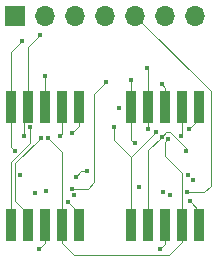
<source format=gbr>
%TF.GenerationSoftware,KiCad,Pcbnew,(6.0.0)*%
%TF.CreationDate,2022-04-20T12:25:39-04:00*%
%TF.ProjectId,7_seg,375f7365-672e-46b6-9963-61645f706362,rev?*%
%TF.SameCoordinates,Original*%
%TF.FileFunction,Copper,L1,Top*%
%TF.FilePolarity,Positive*%
%FSLAX46Y46*%
G04 Gerber Fmt 4.6, Leading zero omitted, Abs format (unit mm)*
G04 Created by KiCad (PCBNEW (6.0.0)) date 2022-04-20 12:25:39*
%MOMM*%
%LPD*%
G01*
G04 APERTURE LIST*
%TA.AperFunction,ComponentPad*%
%ADD10O,1.700000X1.700000*%
%TD*%
%TA.AperFunction,ComponentPad*%
%ADD11R,1.700000X1.700000*%
%TD*%
%TA.AperFunction,SMDPad,CuDef*%
%ADD12R,0.900000X2.800000*%
%TD*%
%TA.AperFunction,ViaPad*%
%ADD13C,0.400000*%
%TD*%
%TA.AperFunction,Conductor*%
%ADD14C,0.100000*%
%TD*%
G04 APERTURE END LIST*
D10*
%TO.P,J1,7,Pin_7*%
%TO.N,GND*%
X130810000Y-74930000D03*
%TO.P,J1,6,Pin_6*%
%TO.N,VCC*%
X128270000Y-74930000D03*
%TO.P,J1,5,Pin_5*%
%TO.N,SEG_IN2*%
X125730000Y-74930000D03*
%TO.P,J1,4,Pin_4*%
%TO.N,SEG_IN1*%
X123190000Y-74930000D03*
%TO.P,J1,3,Pin_3*%
%TO.N,SEG_IN0*%
X120650000Y-74930000D03*
%TO.P,J1,2,Pin_2*%
%TO.N,SEG_IN1_ENABLE*%
X118110000Y-74930000D03*
D11*
%TO.P,J1,1,Pin_1*%
%TO.N,SEG_IN2_ENABLE*%
X115570000Y-74930000D03*
%TD*%
D12*
%TO.P,DS2,1,CATHODE_E*%
%TO.N,SEG_E*%
X125390000Y-92630000D03*
%TO.P,DS2,2,CATHODE_D*%
%TO.N,SEG_D*%
X126830000Y-92630000D03*
%TO.P,DS2,3,COMMON_ANODE_1*%
%TO.N,Net-(DS2-Pad3)*%
X128270000Y-92630000D03*
%TO.P,DS2,4,CATHODE_C*%
%TO.N,SEG_C*%
X129710000Y-92630000D03*
%TO.P,DS2,5,CATHODE_DP*%
%TO.N,SEG_DP*%
X131150000Y-92630000D03*
%TO.P,DS2,6,CATHODE_B*%
%TO.N,SEG_B*%
X131150000Y-82630000D03*
%TO.P,DS2,7,CATHODE_A*%
%TO.N,SEG_A*%
X129710000Y-82630000D03*
%TO.P,DS2,8,COMMON_ANODE_2*%
%TO.N,Net-(DS2-Pad8)*%
X128270000Y-82630000D03*
%TO.P,DS2,9,CATHODE_F*%
%TO.N,SEG_F*%
X126830000Y-82630000D03*
%TO.P,DS2,10,CATHODE_G*%
%TO.N,SEG_G*%
X125390000Y-82630000D03*
%TD*%
%TO.P,DS1,10,CATHODE_G*%
%TO.N,SEG_G*%
X115230000Y-82630000D03*
%TO.P,DS1,9,CATHODE_F*%
%TO.N,SEG_F*%
X116670000Y-82630000D03*
%TO.P,DS1,8,COMMON_ANODE_2*%
%TO.N,Net-(DS1-Pad8)*%
X118110000Y-82630000D03*
%TO.P,DS1,7,CATHODE_A*%
%TO.N,SEG_A*%
X119550000Y-82630000D03*
%TO.P,DS1,6,CATHODE_B*%
%TO.N,SEG_B*%
X120990000Y-82630000D03*
%TO.P,DS1,5,CATHODE_DP*%
%TO.N,SEG_DP*%
X120990000Y-92630000D03*
%TO.P,DS1,4,CATHODE_C*%
%TO.N,SEG_C*%
X119550000Y-92630000D03*
%TO.P,DS1,3,COMMON_ANODE_1*%
%TO.N,Net-(DS1-Pad3)*%
X118110000Y-92630000D03*
%TO.P,DS1,2,CATHODE_D*%
%TO.N,SEG_D*%
X116670000Y-92630000D03*
%TO.P,DS1,1,CATHODE_E*%
%TO.N,SEG_E*%
X115230000Y-92630000D03*
%TD*%
D13*
%TO.N,SEG_IN2*%
X120548400Y-90119200D03*
%TO.N,GND*%
X128676400Y-90119200D03*
X126085600Y-89408000D03*
X118211600Y-89763600D03*
X115976400Y-88442800D03*
%TO.N,SEG_E*%
X123958900Y-84378800D03*
%TO.N,SEG_D*%
X129989502Y-86360000D03*
%TO.N,SEG_IN0*%
X130200400Y-88392000D03*
%TO.N,SEG_IN1*%
X130606800Y-88849200D03*
%TO.N,SEG_F*%
X126695200Y-79316400D03*
X117710500Y-76555600D03*
%TO.N,SEG_G*%
X125374400Y-80365600D03*
X116128800Y-77063600D03*
%TO.N,SEG_IN2*%
X130149600Y-89865200D03*
%TO.N,SEG_IN1*%
X120396000Y-89560400D03*
X123291600Y-80518000D03*
%TO.N,SEG_IN0*%
X120700800Y-88544400D03*
X124358400Y-82753200D03*
X121666000Y-88087200D03*
%TO.N,SEG_IN1_ENABLE*%
X128117600Y-89865200D03*
%TO.N,SEG_IN2_ENABLE*%
X117259500Y-89966800D03*
%TO.N,SEG_B*%
X130251200Y-84531200D03*
%TO.N,SEG_A*%
X129590800Y-85090000D03*
%TO.N,Net-(DS2-Pad8)*%
X127965200Y-80721200D03*
%TO.N,SEG_F*%
X126796800Y-84480400D03*
%TO.N,SEG_G*%
X125679200Y-85699600D03*
%TO.N,SEG_DP*%
X130352800Y-90627200D03*
%TO.N,SEG_C*%
X128524000Y-85344000D03*
%TO.N,Net-(DS2-Pad3)*%
X127863600Y-94640400D03*
%TO.N,SEG_D*%
X127965200Y-85191600D03*
%TO.N,SEG_E*%
X127457200Y-84785200D03*
%TO.N,SEG_DP*%
X120040400Y-90678000D03*
%TO.N,SEG_C*%
X118364000Y-85242400D03*
%TO.N,Net-(DS1-Pad3)*%
X117602000Y-94691200D03*
%TO.N,SEG_D*%
X117759500Y-85242400D03*
%TO.N,SEG_E*%
X116840000Y-84379502D03*
%TO.N,SEG_B*%
X120396000Y-84836000D03*
%TO.N,SEG_A*%
X119380000Y-85090000D03*
%TO.N,Net-(DS1-Pad8)*%
X118110000Y-80010000D03*
%TO.N,SEG_G*%
X115570000Y-86360000D03*
%TO.N,SEG_F*%
X116332000Y-85090000D03*
%TD*%
D14*
%TO.N,SEG_C*%
X128574800Y-95199200D02*
X129710000Y-94064000D01*
X120548400Y-95199200D02*
X128574800Y-95199200D01*
X129710000Y-94064000D02*
X129710000Y-92630000D01*
X119550000Y-94200800D02*
X120548400Y-95199200D01*
X119550000Y-92630000D02*
X119550000Y-94200800D01*
%TO.N,SEG_E*%
X123958900Y-84378800D02*
X123958900Y-85421300D01*
X123958900Y-85421300D02*
X125390000Y-86852400D01*
%TO.N,SEG_D*%
X128371600Y-84785200D02*
X127965200Y-85191600D01*
X128676400Y-84785200D02*
X128371600Y-84785200D01*
X129989502Y-86098302D02*
X128676400Y-84785200D01*
X129989502Y-86360000D02*
X129989502Y-86098302D01*
%TO.N,SEG_F*%
X126695200Y-79316400D02*
X126830000Y-79451200D01*
X126830000Y-79451200D02*
X126830000Y-82630000D01*
X116670000Y-77596100D02*
X117710500Y-76555600D01*
X116670000Y-82630000D02*
X116670000Y-77596100D01*
%TO.N,SEG_G*%
X125374400Y-80365600D02*
X125390000Y-80381200D01*
X115230000Y-77962400D02*
X116128800Y-77063600D01*
X115230000Y-82630000D02*
X115230000Y-77962400D01*
X125390000Y-80381200D02*
X125390000Y-82630000D01*
%TO.N,SEG_IN2*%
X132130800Y-89306400D02*
X131572000Y-89865200D01*
X132130800Y-81330800D02*
X132130800Y-89306400D01*
X125730000Y-74930000D02*
X132130800Y-81330800D01*
X131572000Y-89865200D02*
X130149600Y-89865200D01*
%TO.N,SEG_IN1*%
X122275600Y-89001600D02*
X121716800Y-89560400D01*
X121716800Y-89560400D02*
X120396000Y-89560400D01*
X122275600Y-81534000D02*
X122275600Y-89001600D01*
X123291600Y-80518000D02*
X122275600Y-81534000D01*
%TO.N,SEG_IN0*%
X121158000Y-88087200D02*
X120700800Y-88544400D01*
X121666000Y-88087200D02*
X121158000Y-88087200D01*
%TO.N,SEG_B*%
X131150000Y-83632400D02*
X130251200Y-84531200D01*
X131150000Y-82630000D02*
X131150000Y-83632400D01*
%TO.N,SEG_A*%
X129710000Y-84970800D02*
X129590800Y-85090000D01*
X129710000Y-82630000D02*
X129710000Y-84970800D01*
%TO.N,Net-(DS2-Pad8)*%
X128270000Y-81026000D02*
X127965200Y-80721200D01*
X128270000Y-82630000D02*
X128270000Y-81026000D01*
%TO.N,SEG_F*%
X126830000Y-84447200D02*
X126796800Y-84480400D01*
X126830000Y-82630000D02*
X126830000Y-84447200D01*
%TO.N,SEG_G*%
X125390000Y-85410400D02*
X125679200Y-85699600D01*
X125390000Y-82630000D02*
X125390000Y-85410400D01*
%TO.N,SEG_DP*%
X131150000Y-91424400D02*
X130352800Y-90627200D01*
X131150000Y-92630000D02*
X131150000Y-91424400D01*
%TO.N,SEG_C*%
X128270000Y-85598000D02*
X128524000Y-85344000D01*
X128270000Y-86817200D02*
X128270000Y-85598000D01*
X129710000Y-88257200D02*
X128270000Y-86817200D01*
X129710000Y-92630000D02*
X129710000Y-88257200D01*
%TO.N,Net-(DS2-Pad3)*%
X128270000Y-94234000D02*
X127863600Y-94640400D01*
X128270000Y-92630000D02*
X128270000Y-94234000D01*
%TO.N,SEG_D*%
X126830000Y-86326800D02*
X127965200Y-85191600D01*
X126830000Y-92630000D02*
X126830000Y-86326800D01*
%TO.N,SEG_E*%
X125390000Y-86852400D02*
X127457200Y-84785200D01*
X125390000Y-92630000D02*
X125390000Y-86852400D01*
%TO.N,SEG_DP*%
X120990000Y-92630000D02*
X120990000Y-91627600D01*
X120990000Y-91627600D02*
X120040400Y-90678000D01*
%TO.N,SEG_C*%
X119550000Y-86428400D02*
X118364000Y-85242400D01*
X119550000Y-92630000D02*
X119550000Y-86428400D01*
%TO.N,Net-(DS1-Pad3)*%
X118110000Y-94183200D02*
X117602000Y-94691200D01*
X118110000Y-92630000D02*
X118110000Y-94183200D01*
%TO.N,SEG_D*%
X115570000Y-87431900D02*
X117759500Y-85242400D01*
X115570000Y-87579200D02*
X115570000Y-87431900D01*
X115570000Y-90580000D02*
X115570000Y-87579200D01*
X116670000Y-91680000D02*
X115570000Y-90580000D01*
X116670000Y-92630000D02*
X116670000Y-91680000D01*
%TO.N,SEG_E*%
X116840000Y-85725724D02*
X115230000Y-87335724D01*
X116840000Y-84379502D02*
X116840000Y-85725724D01*
X115230000Y-87335724D02*
X115230000Y-92630000D01*
%TO.N,SEG_F*%
X116332000Y-82968000D02*
X116670000Y-82630000D01*
X116332000Y-85090000D02*
X116332000Y-82968000D01*
%TO.N,SEG_B*%
X120990000Y-84242000D02*
X120396000Y-84836000D01*
X120990000Y-82630000D02*
X120990000Y-84242000D01*
%TO.N,SEG_A*%
X119550000Y-84920000D02*
X119380000Y-85090000D01*
X119550000Y-82630000D02*
X119550000Y-84920000D01*
%TO.N,Net-(DS1-Pad8)*%
X118110000Y-82630000D02*
X118110000Y-80010000D01*
%TO.N,SEG_G*%
X115230000Y-86020000D02*
X115570000Y-86360000D01*
X115230000Y-82630000D02*
X115230000Y-86020000D01*
%TD*%
M02*

</source>
